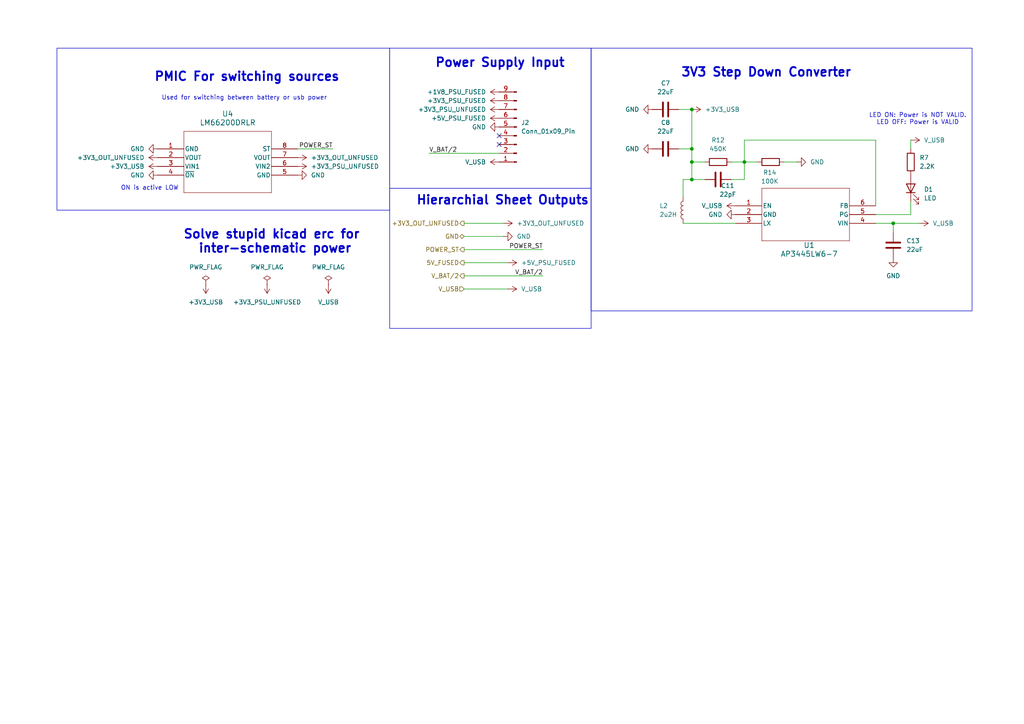
<source format=kicad_sch>
(kicad_sch (version 20250114) (generator "eeschema") (generator_version "9.0")
  (paper "A4")
  (title_block (date "2025-12-10") (rev "V1") (company "The Retrievers"))
  (lib_symbols
    (symbol "2025-11-28_22-50-25:AP3445LW6-7" (pin_names (offset 0.254))
      (property "Reference" "U" (at 20.32 10.16 0))
      (property "Value" "AP3445LW6-7" (at 20.32 7.62 0))
      (symbol "AP3445LW6-7_0_1"
        (polyline (pts (xy 7.62 5.08) (xy 7.62 -10.16)) (stroke (width 0.127)))
        (polyline (pts (xy 7.62 -10.16) (xy 33.02 -10.16)) (stroke (width 0.127)))
        (polyline (pts (xy 33.02 5.08) (xy 7.62 5.08)) (stroke (width 0.127)))
        (polyline (pts (xy 33.02 -10.16) (xy 33.02 5.08)) (stroke (width 0.127)))
        (pin input line (at 0 0 0) (length 7.62) (name "EN") (number "1"))
        (pin power_out line (at 0 -2.54 0) (length 7.62) (name "GND") (number "2"))
        (pin unspecified line (at 0 -5.08 0) (length 7.62) (name "LX") (number "3"))
        (pin unspecified line (at 40.64 0 180) (length 7.62) (name "FB") (number "6"))
        (pin output line (at 40.64 -2.54 180) (length 7.62) (name "PG") (number "5"))
        (pin input line (at 40.64 -5.08 180) (length 7.62) (name "VIN") (number "4"))
      )
    )
    (symbol "2025-12-08_14-39-30:LM66200DRLR" (pin_names (offset 0.254))
      (property "Reference" "U" (at 20.32 10.16 0))
      (property "Value" "LM66200DRLR" (at 20.32 7.62 0))
      (symbol "LM66200DRLR_0_1"
        (polyline (pts (xy 7.62 5.08) (xy 7.62 -12.7)) (stroke (width 0.127)))
        (polyline (pts (xy 7.62 -12.7) (xy 33.02 -12.7)) (stroke (width 0.127)))
        (polyline (pts (xy 33.02 5.08) (xy 7.62 5.08)) (stroke (width 0.127)))
        (polyline (pts (xy 33.02 -12.7) (xy 33.02 5.08)) (stroke (width 0.127)))
        (pin power_in line (at 0 -2.54 0) (length 7.62) (name "VOUT") (number "2"))
        (pin input line (at 0 -5.08 0) (length 7.62) (name "VIN1") (number "3"))
        (pin output line (at 40.64 0 180) (length 7.62) (name "ST") (number "8"))
        (pin output line (at 40.64 -2.54 180) (length 7.62) (name "VOUT") (number "7"))
        (pin input line (at 40.64 -5.08 180) (length 7.62) (name "VIN2") (number "6"))
      )
      (symbol "LM66200DRLR_1_1"
        (pin power_in line (at 0 0 0) (length 7.62) (name "GND") (number "1"))
        (pin input line (at 0 -7.62 0) (length 7.62) (name "~{ON}") (number "4"))
        (pin power_in line (at 40.64 -7.62 180) (length 7.62) (name "GND") (number "5"))
      )
    )
    (symbol "Connector:Conn_01x09_Pin" (pin_names (offset 1.016) (hide yes))
      (property "Reference" "J2" (at -1.27 -1.2701 0))
      (property "Value" "Conn_01x09_Pin" (at -1.27 1.2699 0))
      (symbol "Conn_01x09_Pin_1_1"
        (rectangle (start 0 -10.033) (end 0.8636 -10.287) (stroke (width 0.1524)) (fill (type outline)))
        (rectangle (start 0.8636 10.287) (end 0 10.033) (stroke (width 0.1524)) (fill (type outline)))
        (rectangle (start 0.8636 7.747) (end 0 7.493) (stroke (width 0.1524)) (fill (type outline)))
        (rectangle (start 0.8636 5.207) (end 0 4.953) (stroke (width 0.1524)) (fill (type outline)))
        (rectangle (start 0.8636 2.667) (end 0 2.413) (stroke (width 0.1524)) (fill (type outline)))
        (rectangle (start 0.8636 0.127) (end 0 -0.127) (stroke (width 0.1524)) (fill (type outline)))
        (rectangle (start 0.8636 -2.413) (end 0 -2.667) (stroke (width 0.1524)) (fill (type outline)))
        (rectangle (start 0.8636 -4.953) (end 0 -5.207) (stroke (width 0.1524)) (fill (type outline)))
        (rectangle (start 0.8636 -7.493) (end 0 -7.747) (stroke (width 0.1524)) (fill (type outline)))
        (polyline (pts (xy 1.27 10.16) (xy 0.8636 10.16)) (stroke (width 0.1524)))
        (polyline (pts (xy 1.27 7.62) (xy 0.8636 7.62)) (stroke (width 0.1524)))
        (polyline (pts (xy 1.27 5.08) (xy 0.8636 5.08)) (stroke (width 0.1524)))
        (polyline (pts (xy 1.27 2.54) (xy 0.8636 2.54)) (stroke (width 0.1524)))
        (polyline (pts (xy 1.27 0) (xy 0.8636 0)) (stroke (width 0.1524)))
        (polyline (pts (xy 1.27 -2.54) (xy 0.8636 -2.54)) (stroke (width 0.1524)))
        (polyline (pts (xy 1.27 -5.08) (xy 0.8636 -5.08)) (stroke (width 0.1524)))
        (polyline (pts (xy 1.27 -7.62) (xy 0.8636 -7.62)) (stroke (width 0.1524)))
        (polyline (pts (xy 1.27 -10.16) (xy 0.8636 -10.16)) (stroke (width 0.1524)))
        (pin power_in line (at 5.08 10.16 180) (length 3.81) (name "Pin_1") (number "1"))
        (pin passive line (at 5.08 7.62 180) (length 3.81) (name "Pin_2") (number "2"))
        (pin passive line (at 5.08 5.08 180) (length 3.81) (name "Pin_3") (number "3"))
        (pin passive line (at 5.08 2.54 180) (length 3.81) (name "Pin_4") (number "4"))
        (pin passive line (at 5.08 0 180) (length 3.81) (name "Pin_5") (number "5"))
        (pin power_out line (at 5.08 -2.54 180) (length 3.81) (name "Pin_6") (number "6"))
        (pin power_out line (at 5.08 -5.08 180) (length 3.81) (name "Pin_7") (number "7"))
        (pin power_out line (at 5.08 -7.62 180) (length 3.81) (name "Pin_8") (number "8"))
        (pin power_out line (at 5.08 -10.16 180) (length 3.81) (name "Pin_9") (number "9"))
      )
    )
    (symbol "Device:C" (pin_numbers (hide yes)) (pin_names (offset 0.254))
      (property "Reference" "C" (at 0.635 2.54 0))
      (property "Value" "C" (at 0.635 -2.54 0))
      (symbol "C_0_1"
        (polyline (pts (xy -2.032 0.762) (xy 2.032 0.762)) (stroke (width 0.508)))
        (polyline (pts (xy -2.032 -0.762) (xy 2.032 -0.762)) (stroke (width 0.508)))
      )
      (symbol "C_1_1"
        (pin passive line (at 0 3.81 270) (length 2.794) (name "~") (number "1"))
        (pin passive line (at 0 -3.81 90) (length 2.794) (name "~") (number "2"))
      )
    )
    (symbol "Device:L" (pin_numbers (hide yes)) (pin_names (offset 1.016) (hide yes))
      (property "Reference" "L" (at -1.27 0 90))
      (property "Value" "L" (at 1.905 0 90))
      (symbol "L_0_1"
        (arc (start 0 2.54) (mid 0.6323 1.905) (end 0 1.27))
        (arc (start 0 1.27) (mid 0.6323 0.635) (end 0 0))
        (arc (start 0 0) (mid 0.6323 -0.635) (end 0 -1.27))
        (arc (start 0 -1.27) (mid 0.6323 -1.905) (end 0 -2.54))
      )
      (symbol "L_1_1"
        (pin passive line (at 0 3.81 270) (length 1.27) (name "1") (number "1"))
        (pin passive line (at 0 -3.81 90) (length 1.27) (name "2") (number "2"))
      )
    )
    (symbol "Device:LED" (pin_numbers (hide yes)) (pin_names (offset 1.016) (hide yes))
      (property "Reference" "D" (at 0 2.54 0))
      (property "Value" "LED" (at 0 -2.54 0))
      (symbol "LED_0_1"
        (polyline (pts (xy -3.048 -0.762) (xy -4.572 -2.286) (xy -3.81 -2.286) (xy -4.572 -2.286) (xy -4.572 -1.524)))
        (polyline (pts (xy -1.778 -0.762) (xy -3.302 -2.286) (xy -2.54 -2.286) (xy -3.302 -2.286) (xy -3.302 -1.524)))
        (polyline (pts (xy -1.27 0) (xy 1.27 0)))
        (polyline (pts (xy -1.27 -1.27) (xy -1.27 1.27)) (stroke (width 0.254)))
        (polyline (pts (xy 1.27 -1.27) (xy 1.27 1.27) (xy -1.27 0) (xy 1.27 -1.27)) (stroke (width 0.254)))
      )
      (symbol "LED_1_1"
        (pin passive line (at -3.81 0 0) (length 2.54) (name "K") (number "1"))
        (pin passive line (at 3.81 0 180) (length 2.54) (name "A") (number "2"))
      )
    )
    (symbol "Device:R" (pin_numbers (hide yes)) (pin_names (offset 0))
      (property "Reference" "R" (at 2.032 0 90))
      (property "Value" "R" (at 0 0 90))
      (symbol "R_0_1"
        (rectangle (start -1.016 -2.54) (end 1.016 2.54) (stroke (width 0.254)))
      )
      (symbol "R_1_1"
        (pin passive line (at 0 3.81 270) (length 1.27) (name "~") (number "1"))
        (pin passive line (at 0 -3.81 90) (length 1.27) (name "~") (number "2"))
      )
    )
    (symbol "power:+3V3" (power) (pin_numbers (hide yes)) (pin_names (offset 0) (hide yes))
      (property "Value" "+3V3" (at 0 3.556 0))
      (symbol "+3V3_0_1"
        (polyline (pts (xy -0.762 1.27) (xy 0 2.54)))
        (polyline (pts (xy 0 2.54) (xy 0.762 1.27)))
        (polyline (pts (xy 0 0) (xy 0 2.54)))
      )
      (symbol "+3V3_1_1"
        (pin power_in line (at 0 0 90) (length 0) (name "~") (number "1"))
      )
    )
    (symbol "power:GND" (power) (pin_numbers (hide yes)) (pin_names (offset 0) (hide yes))
      (property "Value" "GND" (at 0 -3.81 0))
      (symbol "GND_0_1"
        (polyline (pts (xy 0 0) (xy 0 -1.27) (xy 1.27 -1.27) (xy 0 -2.54) (xy -1.27 -1.27) (xy 0 -1.27)))
      )
      (symbol "GND_1_1"
        (pin power_in line (at 0 0 270) (length 0) (name "~") (number "1"))
      )
    )
    (symbol "power:PWR_FLAG" (power) (pin_numbers (hide yes)) (pin_names (offset 0) (hide yes))
      (property "Value" "PWR_FLAG" (at 0 3.81 0))
      (symbol "PWR_FLAG_0_0"
        (pin power_out line (at 0 0 90) (length 0) (name "~") (number "1"))
      )
      (symbol "PWR_FLAG_0_1"
        (polyline (pts (xy 0 0) (xy 0 1.27) (xy -1.016 1.905) (xy 0 2.54) (xy 1.016 1.905) (xy 0 1.27)))
      )
    )
  )
  (rectangle (start 113.03 13.97) (end 171.45 54.61))
  (rectangle (start 16.51 13.97) (end 113.03 60.96))
  (rectangle (start 113.03 54.61) (end 171.45 95.25))
  (rectangle (start 171.45 13.97) (end 281.94 90.17))
  (text "PMIC For switching sources" (at 71.628 22.352 0) (effects (font (size 2.54 2.54) (thickness 0.508) (bold yes))))
  (text "3V3 Step Down Converter" (at 222.25 21.082 0) (effects (font (size 2.54 2.54) (thickness 0.508) (bold yes))))
  (text "ON is active LOW" (at 43.434 54.61 0) (effects (font (size 1.27 1.27))))
  (text "LED ON: Power is NOT VALID.\nLED OFF: Power is VALID" (at 266.192 34.544 0) (effects (font (size 1.27 1.27))))
  (text "Solve stupid kicad erc for \ninter-schematic power" (at 79.756 70.104 0) (effects (font (size 2.54 2.54) (thickness 0.508) (bold yes))))
  (text "Power Supply Input" (at 145.034 18.288 0) (effects (font (size 2.54 2.54) (thickness 0.508) (bold yes))))
  (text "Hierarchial Sheet Outputs" (at 145.796 58.166 0) (effects (font (size 2.54 2.54) (thickness 0.508) (bold yes))))
  (text "Used for switching between battery or usb power" (at 70.866 28.448 0) (effects (font (size 1.27 1.27))))
  (junction (at 215.9 46.99))
  (junction (at 200.66 52.07))
  (junction (at 200.66 31.75))
  (junction (at 200.66 43.18))
  (junction (at 200.66 46.99))
  (junction (at 259.08 64.77))
  (no_connect (at 144.78 39.37))
  (no_connect (at 144.78 41.91))
  (wire (pts (xy 215.9 52.07) (xy 215.9 46.99)))
  (wire (pts (xy 212.09 46.99) (xy 215.9 46.99)))
  (wire (pts (xy 200.66 46.99) (xy 204.47 46.99)))
  (wire (pts (xy 134.62 64.77) (xy 146.05 64.77)))
  (wire (pts (xy 264.16 40.64) (xy 264.16 43.18)))
  (wire (pts (xy 124.46 44.45) (xy 144.78 44.45)))
  (wire (pts (xy 198.12 64.77) (xy 213.36 64.77)))
  (wire (pts (xy 254 64.77) (xy 259.08 64.77)))
  (wire (pts (xy 134.62 76.2) (xy 147.32 76.2)))
  (wire (pts (xy 198.12 52.07) (xy 198.12 57.15)))
  (wire (pts (xy 259.08 64.77) (xy 259.08 67.31)))
  (wire (pts (xy 254 62.23) (xy 264.16 62.23)))
  (wire (pts (xy 200.66 31.75) (xy 200.66 43.18)))
  (wire (pts (xy 227.33 46.99) (xy 231.14 46.99)))
  (wire (pts (xy 200.66 52.07) (xy 204.47 52.07)))
  (wire (pts (xy 254 40.64) (xy 215.9 40.64)))
  (wire (pts (xy 215.9 46.99) (xy 219.71 46.99)))
  (wire (pts (xy 254 40.64) (xy 254 59.69)))
  (wire (pts (xy 134.62 72.39) (xy 157.48 72.39)))
  (wire (pts (xy 212.09 52.07) (xy 215.9 52.07)))
  (wire (pts (xy 200.66 46.99) (xy 200.66 43.18)))
  (wire (pts (xy 134.62 68.58) (xy 146.05 68.58)))
  (wire (pts (xy 215.9 40.64) (xy 215.9 46.99)))
  (wire (pts (xy 134.62 80.01) (xy 157.48 80.01)))
  (wire (pts (xy 264.16 58.42) (xy 264.16 62.23)))
  (wire (pts (xy 259.08 64.77) (xy 266.7 64.77)))
  (wire (pts (xy 198.12 52.07) (xy 200.66 52.07)))
  (wire (pts (xy 134.62 83.82) (xy 147.32 83.82)))
  (wire (pts (xy 96.52 43.18) (xy 86.36 43.18)))
  (wire (pts (xy 200.66 31.75) (xy 196.85 31.75)))
  (wire (pts (xy 196.85 43.18) (xy 200.66 43.18)))
  (wire (pts (xy 200.66 46.99) (xy 200.66 52.07)))
  (label "V_BAT{slash}2" (at 157.48 80.01 180))
  (label "POWER_ST" (at 157.48 72.39 180))
  (label "V_BAT{slash}2" (at 124.46 44.45 0))
  (label "POWER_ST" (at 96.52 43.18 180))
  (hierarchical_label "POWER_ST" (shape output) (at 134.62 72.39 180))
  (hierarchical_label "GND" (shape bidirectional) (at 134.62 68.58 180))
  (hierarchical_label "5V_FUSED" (shape output) (at 134.62 76.2 180))
  (hierarchical_label "V_USB" (shape input) (at 134.62 83.82 180))
  (hierarchical_label "+3V3_OUT_UNFUSED" (shape output) (at 134.62 64.77 180))
  (hierarchical_label "V_BAT{slash}2" (shape output) (at 134.62 80.01 180))
  (symbol (lib_id "Device:C") (at 208.28 52.07 90) (unit 1)
    (property "Reference" "C11" (at 211.074 53.848 90))
    (property "Value" "22pF" (at 211.074 56.388 90))
    (property "Footprint" "Capacitor_SMD:C_0805_2012Metric" (effects (hide yes)))
    (property "Description" "Unpolarized capacitor" (effects (hide yes)))
  )
  (symbol (lib_id "Device:R") (at 208.28 46.99 270) (unit 1)
    (property "Reference" "R12" (at 208.28 40.64 90))
    (property "Value" "450K" (at 208.28 43.18 90))
    (property "Footprint" "Resistor_SMD:R_0805_2012Metric" (effects (hide yes)))
    (property "Description" "Resistor" (effects (hide yes)))
  )
  (symbol (lib_id "power:+3V3") (at 200.66 31.75 270) (unit 1)
    (property "Reference" "#PWR021" (effects (hide yes)))
    (property "Value" "+3V3_USB" (at 204.47 31.7499 90) (effects (justify left)))
    (property "Description" "Power symbol creates a global label with name \"+3V3\"" (effects (hide yes)))
  )
  (symbol (lib_id "power:GND") (at 86.36 50.8 90) (unit 1)
    (property "Reference" "#PWR08" (effects (hide yes)))
    (property "Value" "GND" (at 90.17 50.7999 90) (effects (justify right)))
    (property "Description" "Power symbol creates a global label with name \"GND\" , ground" (effects (hide yes)))
  )
  (symbol (lib_id "power:+3V3") (at 95.25 82.55 180) (unit 1)
    (property "Reference" "#PWR029" (effects (hide yes)))
    (property "Value" "V_USB" (at 95.25 87.63 0))
    (property "Description" "Power symbol creates a global label with name \"+3V3\"" (effects (hide yes)))
  )
  (symbol (lib_id "Connector:Conn_01x09_Pin") (at 149.86 36.83 180) (unit 1)
    (property "Reference" "J2" (at 151.13 35.5599 0) (effects (justify right)))
    (property "Value" "Conn_01x09_Pin" (at 151.13 38.0999 0) (effects (justify right)))
    (property "Footprint" "Connector_PinHeader_2.54mm:PinHeader_1x09_P2.54mm_Vertical" (effects (hide yes)))
    (property "Description" "Generic connector, single row, 01x09, script generated" (effects (hide yes)))
  )
  (symbol (lib_id "Device:C") (at 193.04 43.18 90) (unit 1)
    (property "Reference" "C8" (at 193.04 35.56 90))
    (property "Value" "22uF" (at 193.04 38.1 90))
    (property "Footprint" "Capacitor_SMD:C_0805_2012Metric" (effects (hide yes)))
    (property "Description" "Unpolarized capacitor" (effects (hide yes)))
  )
  (symbol (lib_id "Device:R") (at 264.16 46.99 0) (unit 1)
    (property "Reference" "R7" (at 266.7 45.7199 0) (effects (justify left)))
    (property "Value" "2.2K" (at 266.7 48.2599 0) (effects (justify left)))
    (property "Footprint" "Resistor_SMD:R_0805_2012Metric" (effects (hide yes)))
    (property "Description" "Resistor" (effects (hide yes)))
  )
  (symbol (lib_id "power:+3V3") (at 147.32 76.2 270) (unit 1)
    (property "Reference" "#PWR053" (effects (hide yes)))
    (property "Value" "+5V_PSU_FUSED" (at 151.13 76.1999 90) (effects (justify left)))
    (property "Description" "Power symbol creates a global label with name \"+3V3\"" (effects (hide yes)))
  )
  (symbol (lib_id "power:GND") (at 144.78 36.83 270) (unit 1)
    (property "Reference" "#PWR027" (effects (hide yes)))
    (property "Value" "GND" (at 140.97 36.8299 90) (effects (justify right)))
    (property "Description" "Power symbol creates a global label with name \"GND\" , ground" (effects (hide yes)))
  )
  (symbol (lib_id "power:+3V3") (at 144.78 26.67 90) (unit 1)
    (property "Reference" "#PWR034" (effects (hide yes)))
    (property "Value" "+1V8_PSU_FUSED" (at 140.97 26.6699 90) (effects (justify left)))
    (property "Description" "Power symbol creates a global label with name \"+3V3\"" (effects (hide yes)))
  )
  (symbol (lib_id "power:GND") (at 146.05 68.58 90) (unit 1)
    (property "Reference" "#PWR011" (effects (hide yes)))
    (property "Value" "GND" (at 149.86 68.5799 90) (effects (justify right)))
    (property "Description" "Power symbol creates a global label with name \"GND\" , ground" (effects (hide yes)))
  )
  (symbol (lib_id "power:PWR_FLAG") (at 77.47 82.55 0) (unit 1)
    (property "Reference" "#FLG02" (effects (hide yes)))
    (property "Value" "PWR_FLAG" (at 77.47 77.47 0))
    (property "Description" "Special symbol for telling ERC where power comes from" (effects (hide yes)))
  )
  (symbol (lib_id "power:+3V3") (at 144.78 46.99 90) (unit 1)
    (property "Reference" "#PWR02" (effects (hide yes)))
    (property "Value" "V_USB" (at 140.97 46.9899 90) (effects (justify left)))
    (property "Description" "Power symbol creates a global label with name \"+3V3\"" (effects (hide yes)))
  )
  (symbol (lib_id "power:+3V3") (at 144.78 29.21 90) (unit 1)
    (property "Reference" "#PWR033" (effects (hide yes)))
    (property "Value" "+3V3_PSU_FUSED" (at 140.97 29.2099 90) (effects (justify left)))
    (property "Description" "Power symbol creates a global label with name \"+3V3\"" (effects (hide yes)))
  )
  (symbol (lib_id "power:+3V3") (at 144.78 34.29 90) (unit 1)
    (property "Reference" "#PWR035" (effects (hide yes)))
    (property "Value" "+5V_PSU_FUSED" (at 140.97 34.2899 90) (effects (justify left)))
    (property "Description" "Power symbol creates a global label with name \"+3V3\"" (effects (hide yes)))
  )
  (symbol (lib_id "Device:C") (at 259.08 71.12 0) (unit 1)
    (property "Reference" "C13" (at 262.89 69.8499 0) (effects (justify left)))
    (property "Value" "22uF" (at 262.89 72.3899 0) (effects (justify left)))
    (property "Footprint" "Capacitor_SMD:C_0805_2012Metric" (effects (hide yes)))
    (property "Description" "Unpolarized capacitor" (effects (hide yes)))
  )
  (symbol (lib_id "power:GND") (at 259.08 74.93 0) (unit 1)
    (property "Reference" "#PWR016" (effects (hide yes)))
    (property "Value" "GND" (at 259.08 80.01 0))
    (property "Description" "Power symbol creates a global label with name \"GND\" , ground" (effects (hide yes)))
  )
  (symbol (lib_id "power:+3V3") (at 144.78 31.75 90) (unit 1)
    (property "Reference" "#PWR030" (effects (hide yes)))
    (property "Value" "+3V3_PSU_UNFUSED" (at 140.97 31.7499 90) (effects (justify left)))
    (property "Description" "Power symbol creates a global label with name \"+3V3\"" (effects (hide yes)))
  )
  (symbol (lib_id "Device:L") (at 198.12 60.96 0) (mirror y) (unit 1)
    (property "Reference" "L2" (at 191.262 59.69 0) (effects (justify right)))
    (property "Value" "2u2H" (at 191.262 62.23 0) (effects (justify right)))
    (property "Footprint" "Inductor_SMD:L_1210_3225Metric" (effects (hide yes)))
    (property "Description" "Inductor" (effects (hide yes)))
  )
  (symbol (lib_id "power:+3V3") (at 266.7 64.77 270) (unit 1)
    (property "Reference" "#PWR024" (effects (hide yes)))
    (property "Value" "V_USB" (at 270.51 64.7699 90) (effects (justify left)))
    (property "Description" "Power symbol creates a global label with name \"+3V3\"" (effects (hide yes)))
  )
  (symbol (lib_id "power:GND") (at 45.72 50.8 270) (unit 1)
    (property "Reference" "#PWR07" (effects (hide yes)))
    (property "Value" "GND" (at 41.91 50.7999 90) (effects (justify right)))
    (property "Description" "Power symbol creates a global label with name \"GND\" , ground" (effects (hide yes)))
  )
  (symbol (lib_id "power:+3V3") (at 77.47 82.55 180) (unit 1)
    (property "Reference" "#PWR028" (effects (hide yes)))
    (property "Value" "+3V3_PSU_UNFUSED" (at 77.47 87.63 0))
    (property "Description" "Power symbol creates a global label with name \"+3V3\"" (effects (hide yes)))
  )
  (symbol (lib_id "power:+3V3") (at 45.72 48.26 90) (unit 1)
    (property "Reference" "#PWR020" (effects (hide yes)))
    (property "Value" "+3V3_USB" (at 41.91 48.2599 90) (effects (justify left)))
    (property "Description" "Power symbol creates a global label with name \"+3V3\"" (effects (hide yes)))
  )
  (symbol (lib_id "power:GND") (at 45.72 43.18 270) (unit 1)
    (property "Reference" "#PWR06" (effects (hide yes)))
    (property "Value" "GND" (at 41.91 43.1799 90) (effects (justify right)))
    (property "Description" "Power symbol creates a global label with name \"GND\" , ground" (effects (hide yes)))
  )
  (symbol (lib_id "power:+3V3") (at 45.72 45.72 90) (unit 1)
    (property "Reference" "#PWR037" (effects (hide yes)))
    (property "Value" "+3V3_OUT_UNFUSED" (at 41.91 45.7199 90) (effects (justify left)))
    (property "Description" "Power symbol creates a global label with name \"+3V3\"" (effects (hide yes)))
  )
  (symbol (lib_id "power:GND") (at 231.14 46.99 90) (unit 1)
    (property "Reference" "#PWR044" (effects (hide yes)))
    (property "Value" "GND" (at 234.95 46.9899 90) (effects (justify right)))
    (property "Description" "Power symbol creates a global label with name \"GND\" , ground" (effects (hide yes)))
  )
  (symbol (lib_id "Device:LED") (at 264.16 54.61 90) (unit 1)
    (property "Reference" "D1" (at 267.97 54.9274 90) (effects (justify right)))
    (property "Value" "LED" (at 267.97 57.4674 90) (effects (justify right)))
    (property "Footprint" "LED_SMD:LED_0805_2012Metric" (effects (hide yes)))
    (property "Description" "Light emitting diode" (effects (hide yes)))
    (property "Sim.Pins" "1=K 2=A" (effects (hide yes)))
  )
  (symbol (lib_id "power:+3V3") (at 59.69 82.55 180) (unit 1)
    (property "Reference" "#PWR026" (effects (hide yes)))
    (property "Value" "+3V3_USB" (at 59.69 87.63 0))
    (property "Description" "Power symbol creates a global label with name \"+3V3\"" (effects (hide yes)))
  )
  (symbol (lib_id "power:GND") (at 189.23 31.75 270) (unit 1)
    (property "Reference" "#PWR031" (effects (hide yes)))
    (property "Value" "GND" (at 185.42 31.7499 90) (effects (justify right)))
    (property "Description" "Power symbol creates a global label with name \"GND\" , ground" (effects (hide yes)))
  )
  (symbol (lib_id "power:+3V3") (at 86.36 45.72 270) (unit 1)
    (property "Reference" "#PWR017" (effects (hide yes)))
    (property "Value" "+3V3_OUT_UNFUSED" (at 90.17 45.7199 90) (effects (justify left)))
    (property "Description" "Power symbol creates a global label with name \"+3V3\"" (effects (hide yes)))
  )
  (symbol (lib_id "power:+3V3") (at 86.36 48.26 270) (unit 1)
    (property "Reference" "#PWR019" (effects (hide yes)))
    (property "Value" "+3V3_PSU_UNFUSED" (at 90.17 48.2599 90) (effects (justify left)))
    (property "Description" "Power symbol creates a global label with name \"+3V3\"" (effects (hide yes)))
  )
  (symbol (lib_id "power:+3V3") (at 264.16 40.64 270) (unit 1)
    (property "Reference" "#PWR023" (effects (hide yes)))
    (property "Value" "V_USB" (at 267.97 40.6399 90) (effects (justify left)))
    (property "Description" "Power symbol creates a global label with name \"+3V3\"" (effects (hide yes)))
  )
  (symbol (lib_id "power:GND") (at 213.36 62.23 270) (unit 1)
    (property "Reference" "#PWR039" (effects (hide yes)))
    (property "Value" "GND" (at 209.55 62.2299 90) (effects (justify right)))
    (property "Description" "Power symbol creates a global label with name \"GND\" , ground" (effects (hide yes)))
  )
  (symbol (lib_id "Device:C") (at 193.04 31.75 90) (unit 1)
    (property "Reference" "C7" (at 193.04 24.13 90))
    (property "Value" "22uF" (at 193.04 26.67 90))
    (property "Footprint" "Capacitor_SMD:C_0805_2012Metric" (effects (hide yes)))
    (property "Description" "Unpolarized capacitor" (effects (hide yes)))
  )
  (symbol (lib_id "2025-12-08_14-39-30:LM66200DRLR") (at 45.72 43.18 0) (unit 1)
    (property "Reference" "U4" (at 66.04 33.02 0) (effects (font (size 1.524 1.524))))
    (property "Value" "LM66200DRLR" (at 66.04 35.56 0) (effects (font (size 1.524 1.524))))
    (property "Footprint" "footprints:SOT-5X3_DRL_TEX" (effects (hide yes)))
    (property "Datasheet" "https://www.ti.com/lit/gpn/lm66200" (effects (hide yes)))
  )
  (symbol (lib_id "power:+3V3") (at 147.32 83.82 270) (unit 1)
    (property "Reference" "#PWR040" (effects (hide yes)))
    (property "Value" "V_USB" (at 151.13 83.8199 90) (effects (justify left)))
    (property "Description" "Power symbol creates a global label with name \"+3V3\"" (effects (hide yes)))
  )
  (symbol (lib_id "power:+3V3") (at 146.05 64.77 270) (unit 1)
    (property "Reference" "#PWR018" (effects (hide yes)))
    (property "Value" "+3V3_OUT_UNFUSED" (at 149.86 64.7699 90) (effects (justify left)))
    (property "Description" "Power symbol creates a global label with name \"+3V3\"" (effects (hide yes)))
  )
  (symbol (lib_id "power:PWR_FLAG") (at 59.69 82.55 0) (unit 1)
    (property "Reference" "#FLG01" (effects (hide yes)))
    (property "Value" "PWR_FLAG" (at 59.69 77.47 0))
    (property "Description" "Special symbol for telling ERC where power comes from" (effects (hide yes)))
  )
  (symbol (lib_id "Device:R") (at 223.52 46.99 90) (unit 1)
    (property "Reference" "R14" (at 223.266 50.038 90))
    (property "Value" "100K" (at 223.266 52.578 90))
    (property "Footprint" "Resistor_SMD:R_0805_2012Metric" (effects (hide yes)))
    (property "Description" "Resistor" (effects (hide yes)))
  )
  (symbol (lib_id "power:PWR_FLAG") (at 95.25 82.55 0) (unit 1)
    (property "Reference" "#FLG03" (effects (hide yes)))
    (property "Value" "PWR_FLAG" (at 95.25 77.47 0))
    (property "Description" "Special symbol for telling ERC where power comes from" (effects (hide yes)))
  )
  (symbol (lib_id "power:GND") (at 189.23 43.18 270) (unit 1)
    (property "Reference" "#PWR032" (effects (hide yes)))
    (property "Value" "GND" (at 185.42 43.1799 90) (effects (justify right)))
    (property "Description" "Power symbol creates a global label with name \"GND\" , ground" (effects (hide yes)))
  )
  (symbol (lib_id "2025-11-28_22-50-25:AP3445LW6-7") (at 213.36 59.69 0) (unit 1)
    (property "Reference" "U1" (at 234.696 71.12 0) (effects (font (size 1.524 1.524))))
    (property "Value" "AP3445LW6-7" (at 234.696 73.66 0) (effects (font (size 1.524 1.524))))
    (property "Footprint" "PSAT_Library:SOT26_AP3445_DIO-L" (effects (hide yes)))
    (property "Datasheet" "AP3445LW6-7" (effects (hide yes)))
  )
  (symbol (lib_id "power:+3V3") (at 213.36 59.69 90) (unit 1)
    (property "Reference" "#PWR025" (effects (hide yes)))
    (property "Value" "V_USB" (at 209.55 59.6899 90) (effects (justify left)))
    (property "Description" "Power symbol creates a global label with name \"+3V3\"" (effects (hide yes)))
  )
)
</source>
